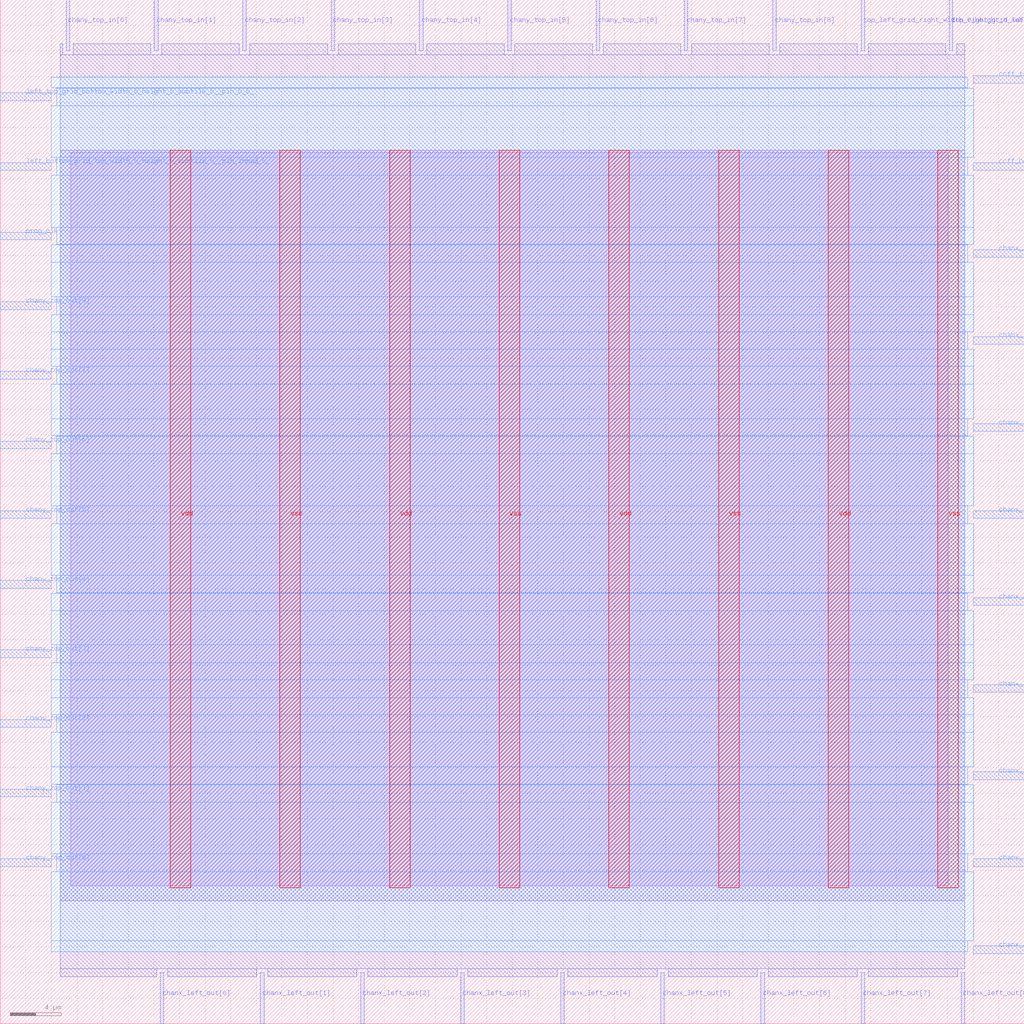
<source format=lef>
VERSION 5.7 ;
  NOWIREEXTENSIONATPIN ON ;
  DIVIDERCHAR "/" ;
  BUSBITCHARS "[]" ;
MACRO sb_8__0_
  CLASS BLOCK ;
  FOREIGN sb_8__0_ ;
  ORIGIN 0.000 0.000 ;
  SIZE 80.000 BY 80.000 ;
  PIN ccff_head
    DIRECTION INPUT ;
    USE SIGNAL ;
    ANTENNAGATEAREA 0.196500 ;
    PORT
      LAYER met3 ;
        RECT 76.000 66.680 80.000 67.280 ;
    END
  END ccff_head
  PIN ccff_tail
    DIRECTION OUTPUT TRISTATE ;
    USE SIGNAL ;
    ANTENNADIFFAREA 0.795200 ;
    PORT
      LAYER met3 ;
        RECT 76.000 73.480 80.000 74.080 ;
    END
  END ccff_tail
  PIN chanx_left_in[0]
    DIRECTION INPUT ;
    USE SIGNAL ;
    ANTENNAGATEAREA 0.196500 ;
    PORT
      LAYER met3 ;
        RECT 76.000 5.480 80.000 6.080 ;
    END
  END chanx_left_in[0]
  PIN chanx_left_in[1]
    DIRECTION INPUT ;
    USE SIGNAL ;
    ANTENNAGATEAREA 0.196500 ;
    PORT
      LAYER met3 ;
        RECT 76.000 12.280 80.000 12.880 ;
    END
  END chanx_left_in[1]
  PIN chanx_left_in[2]
    DIRECTION INPUT ;
    USE SIGNAL ;
    ANTENNAGATEAREA 0.196500 ;
    PORT
      LAYER met3 ;
        RECT 76.000 19.080 80.000 19.680 ;
    END
  END chanx_left_in[2]
  PIN chanx_left_in[3]
    DIRECTION INPUT ;
    USE SIGNAL ;
    ANTENNAGATEAREA 0.196500 ;
    PORT
      LAYER met3 ;
        RECT 76.000 25.880 80.000 26.480 ;
    END
  END chanx_left_in[3]
  PIN chanx_left_in[4]
    DIRECTION INPUT ;
    USE SIGNAL ;
    ANTENNAGATEAREA 0.196500 ;
    PORT
      LAYER met3 ;
        RECT 76.000 32.680 80.000 33.280 ;
    END
  END chanx_left_in[4]
  PIN chanx_left_in[5]
    DIRECTION INPUT ;
    USE SIGNAL ;
    ANTENNAGATEAREA 0.196500 ;
    PORT
      LAYER met3 ;
        RECT 76.000 39.480 80.000 40.080 ;
    END
  END chanx_left_in[5]
  PIN chanx_left_in[6]
    DIRECTION INPUT ;
    USE SIGNAL ;
    ANTENNAGATEAREA 0.196500 ;
    PORT
      LAYER met3 ;
        RECT 76.000 46.280 80.000 46.880 ;
    END
  END chanx_left_in[6]
  PIN chanx_left_in[7]
    DIRECTION INPUT ;
    USE SIGNAL ;
    ANTENNAGATEAREA 0.196500 ;
    PORT
      LAYER met3 ;
        RECT 76.000 53.080 80.000 53.680 ;
    END
  END chanx_left_in[7]
  PIN chanx_left_in[8]
    DIRECTION INPUT ;
    USE SIGNAL ;
    ANTENNAGATEAREA 0.196500 ;
    PORT
      LAYER met3 ;
        RECT 76.000 59.880 80.000 60.480 ;
    END
  END chanx_left_in[8]
  PIN chanx_left_out[0]
    DIRECTION OUTPUT TRISTATE ;
    USE SIGNAL ;
    ANTENNADIFFAREA 0.795200 ;
    PORT
      LAYER met2 ;
        RECT 12.510 0.000 12.790 4.000 ;
    END
  END chanx_left_out[0]
  PIN chanx_left_out[1]
    DIRECTION OUTPUT TRISTATE ;
    USE SIGNAL ;
    ANTENNADIFFAREA 0.795200 ;
    PORT
      LAYER met2 ;
        RECT 20.330 0.000 20.610 4.000 ;
    END
  END chanx_left_out[1]
  PIN chanx_left_out[2]
    DIRECTION OUTPUT TRISTATE ;
    USE SIGNAL ;
    ANTENNADIFFAREA 0.795200 ;
    PORT
      LAYER met2 ;
        RECT 28.150 0.000 28.430 4.000 ;
    END
  END chanx_left_out[2]
  PIN chanx_left_out[3]
    DIRECTION OUTPUT TRISTATE ;
    USE SIGNAL ;
    ANTENNADIFFAREA 0.795200 ;
    PORT
      LAYER met2 ;
        RECT 35.970 0.000 36.250 4.000 ;
    END
  END chanx_left_out[3]
  PIN chanx_left_out[4]
    DIRECTION OUTPUT TRISTATE ;
    USE SIGNAL ;
    ANTENNADIFFAREA 0.795200 ;
    PORT
      LAYER met2 ;
        RECT 43.790 0.000 44.070 4.000 ;
    END
  END chanx_left_out[4]
  PIN chanx_left_out[5]
    DIRECTION OUTPUT TRISTATE ;
    USE SIGNAL ;
    ANTENNADIFFAREA 0.795200 ;
    PORT
      LAYER met2 ;
        RECT 51.610 0.000 51.890 4.000 ;
    END
  END chanx_left_out[5]
  PIN chanx_left_out[6]
    DIRECTION OUTPUT TRISTATE ;
    USE SIGNAL ;
    ANTENNADIFFAREA 0.795200 ;
    PORT
      LAYER met2 ;
        RECT 59.430 0.000 59.710 4.000 ;
    END
  END chanx_left_out[6]
  PIN chanx_left_out[7]
    DIRECTION OUTPUT TRISTATE ;
    USE SIGNAL ;
    ANTENNADIFFAREA 0.795200 ;
    PORT
      LAYER met2 ;
        RECT 67.250 0.000 67.530 4.000 ;
    END
  END chanx_left_out[7]
  PIN chanx_left_out[8]
    DIRECTION OUTPUT TRISTATE ;
    USE SIGNAL ;
    ANTENNADIFFAREA 0.795200 ;
    PORT
      LAYER met2 ;
        RECT 75.070 0.000 75.350 4.000 ;
    END
  END chanx_left_out[8]
  PIN chany_top_in[0]
    DIRECTION INPUT ;
    USE SIGNAL ;
    ANTENNAGATEAREA 0.196500 ;
    PORT
      LAYER met2 ;
        RECT 5.150 76.000 5.430 80.000 ;
    END
  END chany_top_in[0]
  PIN chany_top_in[1]
    DIRECTION INPUT ;
    USE SIGNAL ;
    ANTENNAGATEAREA 0.196500 ;
    PORT
      LAYER met2 ;
        RECT 12.050 76.000 12.330 80.000 ;
    END
  END chany_top_in[1]
  PIN chany_top_in[2]
    DIRECTION INPUT ;
    USE SIGNAL ;
    ANTENNAGATEAREA 0.196500 ;
    PORT
      LAYER met2 ;
        RECT 18.950 76.000 19.230 80.000 ;
    END
  END chany_top_in[2]
  PIN chany_top_in[3]
    DIRECTION INPUT ;
    USE SIGNAL ;
    ANTENNAGATEAREA 0.196500 ;
    PORT
      LAYER met2 ;
        RECT 25.850 76.000 26.130 80.000 ;
    END
  END chany_top_in[3]
  PIN chany_top_in[4]
    DIRECTION INPUT ;
    USE SIGNAL ;
    ANTENNAGATEAREA 0.196500 ;
    PORT
      LAYER met2 ;
        RECT 32.750 76.000 33.030 80.000 ;
    END
  END chany_top_in[4]
  PIN chany_top_in[5]
    DIRECTION INPUT ;
    USE SIGNAL ;
    ANTENNAGATEAREA 0.196500 ;
    PORT
      LAYER met2 ;
        RECT 39.650 76.000 39.930 80.000 ;
    END
  END chany_top_in[5]
  PIN chany_top_in[6]
    DIRECTION INPUT ;
    USE SIGNAL ;
    ANTENNAGATEAREA 0.196500 ;
    PORT
      LAYER met2 ;
        RECT 46.550 76.000 46.830 80.000 ;
    END
  END chany_top_in[6]
  PIN chany_top_in[7]
    DIRECTION INPUT ;
    USE SIGNAL ;
    ANTENNAGATEAREA 0.196500 ;
    PORT
      LAYER met2 ;
        RECT 53.450 76.000 53.730 80.000 ;
    END
  END chany_top_in[7]
  PIN chany_top_in[8]
    DIRECTION INPUT ;
    USE SIGNAL ;
    ANTENNAGATEAREA 0.196500 ;
    PORT
      LAYER met2 ;
        RECT 60.350 76.000 60.630 80.000 ;
    END
  END chany_top_in[8]
  PIN chany_top_out[0]
    DIRECTION OUTPUT TRISTATE ;
    USE SIGNAL ;
    ANTENNADIFFAREA 0.795200 ;
    PORT
      LAYER met3 ;
        RECT 0.000 12.280 4.000 12.880 ;
    END
  END chany_top_out[0]
  PIN chany_top_out[1]
    DIRECTION OUTPUT TRISTATE ;
    USE SIGNAL ;
    ANTENNADIFFAREA 0.795200 ;
    PORT
      LAYER met3 ;
        RECT 0.000 17.720 4.000 18.320 ;
    END
  END chany_top_out[1]
  PIN chany_top_out[2]
    DIRECTION OUTPUT TRISTATE ;
    USE SIGNAL ;
    ANTENNADIFFAREA 0.795200 ;
    PORT
      LAYER met3 ;
        RECT 0.000 23.160 4.000 23.760 ;
    END
  END chany_top_out[2]
  PIN chany_top_out[3]
    DIRECTION OUTPUT TRISTATE ;
    USE SIGNAL ;
    ANTENNADIFFAREA 0.795200 ;
    PORT
      LAYER met3 ;
        RECT 0.000 28.600 4.000 29.200 ;
    END
  END chany_top_out[3]
  PIN chany_top_out[4]
    DIRECTION OUTPUT TRISTATE ;
    USE SIGNAL ;
    ANTENNADIFFAREA 0.795200 ;
    PORT
      LAYER met3 ;
        RECT 0.000 34.040 4.000 34.640 ;
    END
  END chany_top_out[4]
  PIN chany_top_out[5]
    DIRECTION OUTPUT TRISTATE ;
    USE SIGNAL ;
    ANTENNADIFFAREA 0.795200 ;
    PORT
      LAYER met3 ;
        RECT 0.000 39.480 4.000 40.080 ;
    END
  END chany_top_out[5]
  PIN chany_top_out[6]
    DIRECTION OUTPUT TRISTATE ;
    USE SIGNAL ;
    ANTENNADIFFAREA 0.795200 ;
    PORT
      LAYER met3 ;
        RECT 0.000 44.920 4.000 45.520 ;
    END
  END chany_top_out[6]
  PIN chany_top_out[7]
    DIRECTION OUTPUT TRISTATE ;
    USE SIGNAL ;
    ANTENNADIFFAREA 0.795200 ;
    PORT
      LAYER met3 ;
        RECT 0.000 50.360 4.000 50.960 ;
    END
  END chany_top_out[7]
  PIN chany_top_out[8]
    DIRECTION OUTPUT TRISTATE ;
    USE SIGNAL ;
    ANTENNADIFFAREA 0.795200 ;
    PORT
      LAYER met3 ;
        RECT 0.000 55.800 4.000 56.400 ;
    END
  END chany_top_out[8]
  PIN left_bottom_grid_top_width_0_height_0_subtile_0__pin_inpad_0_
    DIRECTION INPUT ;
    USE SIGNAL ;
    ANTENNAGATEAREA 0.196500 ;
    PORT
      LAYER met3 ;
        RECT 0.000 66.680 4.000 67.280 ;
    END
  END left_bottom_grid_top_width_0_height_0_subtile_0__pin_inpad_0_
  PIN left_top_grid_bottom_width_0_height_0_subtile_0__pin_O_0_
    DIRECTION INPUT ;
    USE SIGNAL ;
    ANTENNAGATEAREA 0.196500 ;
    PORT
      LAYER met3 ;
        RECT 0.000 72.120 4.000 72.720 ;
    END
  END left_top_grid_bottom_width_0_height_0_subtile_0__pin_O_0_
  PIN prog_clk
    DIRECTION INPUT ;
    USE SIGNAL ;
    ANTENNAGATEAREA 0.852000 ;
    PORT
      LAYER met3 ;
        RECT 0.000 61.240 4.000 61.840 ;
    END
  END prog_clk
  PIN top_left_grid_right_width_0_height_0_subtile_0__pin_O_3_
    DIRECTION INPUT ;
    USE SIGNAL ;
    ANTENNAGATEAREA 0.196500 ;
    PORT
      LAYER met2 ;
        RECT 67.250 76.000 67.530 80.000 ;
    END
  END top_left_grid_right_width_0_height_0_subtile_0__pin_O_3_
  PIN top_right_grid_left_width_0_height_0_subtile_0__pin_inpad_0_
    DIRECTION INPUT ;
    USE SIGNAL ;
    ANTENNAGATEAREA 0.196500 ;
    PORT
      LAYER met2 ;
        RECT 74.150 76.000 74.430 80.000 ;
    END
  END top_right_grid_left_width_0_height_0_subtile_0__pin_inpad_0_
  PIN vdd
    DIRECTION INOUT ;
    USE POWER ;
    PORT
      LAYER met4 ;
        RECT 13.285 10.640 14.885 68.240 ;
    END
    PORT
      LAYER met4 ;
        RECT 30.420 10.640 32.020 68.240 ;
    END
    PORT
      LAYER met4 ;
        RECT 47.555 10.640 49.155 68.240 ;
    END
    PORT
      LAYER met4 ;
        RECT 64.690 10.640 66.290 68.240 ;
    END
  END vdd
  PIN vss
    DIRECTION INOUT ;
    USE GROUND ;
    PORT
      LAYER met4 ;
        RECT 21.850 10.640 23.450 68.240 ;
    END
    PORT
      LAYER met4 ;
        RECT 38.985 10.640 40.585 68.240 ;
    END
    PORT
      LAYER met4 ;
        RECT 56.120 10.640 57.720 68.240 ;
    END
    PORT
      LAYER met4 ;
        RECT 73.255 10.640 74.855 68.240 ;
    END
  END vss
  OBS
      LAYER li1 ;
        RECT 5.520 10.795 74.060 68.085 ;
      LAYER met1 ;
        RECT 4.670 9.620 75.370 68.240 ;
      LAYER met2 ;
        RECT 4.690 75.720 4.870 76.570 ;
        RECT 5.710 75.720 11.770 76.570 ;
        RECT 12.610 75.720 18.670 76.570 ;
        RECT 19.510 75.720 25.570 76.570 ;
        RECT 26.410 75.720 32.470 76.570 ;
        RECT 33.310 75.720 39.370 76.570 ;
        RECT 40.210 75.720 46.270 76.570 ;
        RECT 47.110 75.720 53.170 76.570 ;
        RECT 54.010 75.720 60.070 76.570 ;
        RECT 60.910 75.720 66.970 76.570 ;
        RECT 67.810 75.720 73.870 76.570 ;
        RECT 74.710 75.720 75.340 76.570 ;
        RECT 4.690 4.280 75.340 75.720 ;
        RECT 4.690 3.670 12.230 4.280 ;
        RECT 13.070 3.670 20.050 4.280 ;
        RECT 20.890 3.670 27.870 4.280 ;
        RECT 28.710 3.670 35.690 4.280 ;
        RECT 36.530 3.670 43.510 4.280 ;
        RECT 44.350 3.670 51.330 4.280 ;
        RECT 52.170 3.670 59.150 4.280 ;
        RECT 59.990 3.670 66.970 4.280 ;
        RECT 67.810 3.670 74.790 4.280 ;
      LAYER met3 ;
        RECT 3.990 73.120 75.600 73.945 ;
        RECT 4.400 73.080 75.600 73.120 ;
        RECT 4.400 71.720 76.050 73.080 ;
        RECT 3.990 67.680 76.050 71.720 ;
        RECT 4.400 66.280 75.600 67.680 ;
        RECT 3.990 62.240 76.050 66.280 ;
        RECT 4.400 60.880 76.050 62.240 ;
        RECT 4.400 60.840 75.600 60.880 ;
        RECT 3.990 59.480 75.600 60.840 ;
        RECT 3.990 56.800 76.050 59.480 ;
        RECT 4.400 55.400 76.050 56.800 ;
        RECT 3.990 54.080 76.050 55.400 ;
        RECT 3.990 52.680 75.600 54.080 ;
        RECT 3.990 51.360 76.050 52.680 ;
        RECT 4.400 49.960 76.050 51.360 ;
        RECT 3.990 47.280 76.050 49.960 ;
        RECT 3.990 45.920 75.600 47.280 ;
        RECT 4.400 45.880 75.600 45.920 ;
        RECT 4.400 44.520 76.050 45.880 ;
        RECT 3.990 40.480 76.050 44.520 ;
        RECT 4.400 39.080 75.600 40.480 ;
        RECT 3.990 35.040 76.050 39.080 ;
        RECT 4.400 33.680 76.050 35.040 ;
        RECT 4.400 33.640 75.600 33.680 ;
        RECT 3.990 32.280 75.600 33.640 ;
        RECT 3.990 29.600 76.050 32.280 ;
        RECT 4.400 28.200 76.050 29.600 ;
        RECT 3.990 26.880 76.050 28.200 ;
        RECT 3.990 25.480 75.600 26.880 ;
        RECT 3.990 24.160 76.050 25.480 ;
        RECT 4.400 22.760 76.050 24.160 ;
        RECT 3.990 20.080 76.050 22.760 ;
        RECT 3.990 18.720 75.600 20.080 ;
        RECT 4.400 18.680 75.600 18.720 ;
        RECT 4.400 17.320 76.050 18.680 ;
        RECT 3.990 13.280 76.050 17.320 ;
        RECT 4.400 11.880 75.600 13.280 ;
        RECT 3.990 6.480 76.050 11.880 ;
        RECT 3.990 5.615 75.600 6.480 ;
  END
END sb_8__0_
END LIBRARY


</source>
